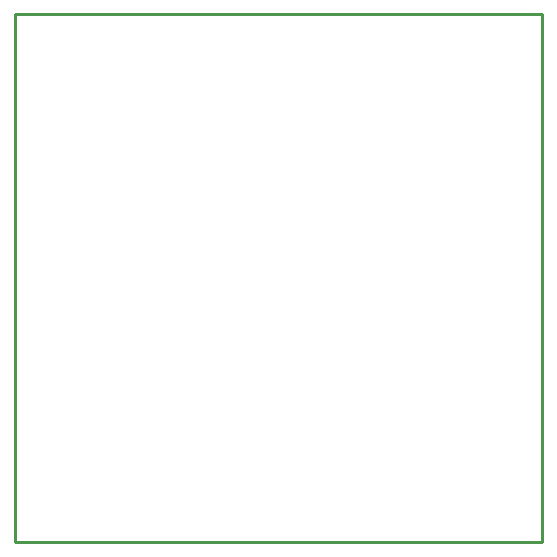
<source format=gm1>
%FSLAX25Y25*%
%MOIN*%
G70*
G01*
G75*
G04 Layer_Color=16711935*
%ADD10C,0.01000*%
%ADD11C,0.01200*%
%ADD12O,0.01181X0.06890*%
%ADD13O,0.06890X0.01181*%
%ADD14R,0.09449X0.07874*%
%ADD15R,0.03543X0.03740*%
%ADD16R,0.06000X0.18000*%
%ADD17R,0.18000X0.04000*%
%ADD18R,0.10000X0.08248*%
%ADD19R,0.06000X0.08000*%
%ADD20R,0.08000X0.06000*%
%ADD21R,0.06000X0.08500*%
%ADD22R,0.08500X0.06000*%
%ADD23R,0.18000X0.06000*%
%ADD24R,0.10000X0.08500*%
%ADD25R,0.07500X0.12000*%
%ADD26R,0.05906X0.05906*%
%ADD27R,0.05906X0.05906*%
%ADD28C,0.02400*%
%ADD29C,0.04500*%
%ADD30C,0.02000*%
%ADD31R,0.03740X0.03543*%
%ADD32R,0.05118X0.03543*%
%ADD33R,0.03543X0.05118*%
%ADD34R,0.04654X0.02962*%
%ADD35R,0.04962X0.04654*%
%ADD36R,0.18724X0.06000*%
%ADD37R,0.06000X0.18500*%
%ADD38C,0.02362*%
%ADD39C,0.00787*%
%ADD40O,0.01781X0.07490*%
%ADD41O,0.07490X0.01781*%
%ADD42R,0.10049X0.08474*%
%ADD43R,0.04143X0.04340*%
%ADD44R,0.06506X0.06506*%
%ADD45R,0.06506X0.06506*%
%ADD46C,0.03000*%
%ADD47C,0.05100*%
%ADD48R,0.04340X0.04143*%
%ADD49R,0.05718X0.04143*%
%ADD50R,0.04143X0.05718*%
D10*
X175777Y174447D02*
Y176000D01*
X174223D02*
X175777D01*
X0Y0D02*
Y176000D01*
Y0D02*
X2224D01*
X175777D01*
Y174447D01*
X0Y176000D02*
X174223D01*
M02*

</source>
